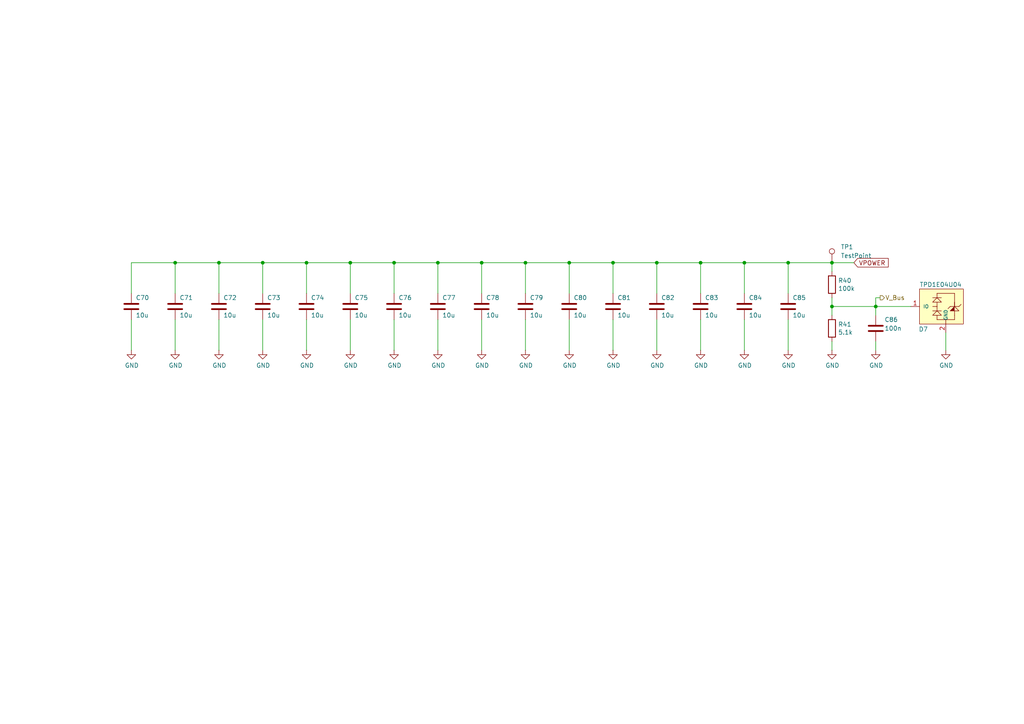
<source format=kicad_sch>
(kicad_sch (version 20231120) (generator "eeschema") (generator_version "8.0")
  (paper "A4")
  (title_block (title "Open MOtor DRiver Initiative  - Single Axis (OMODRI_SA)") (date "2024-03-20") (rev "1.0") (company "LAAS/CNRS"))
  (lib_symbols
    (symbol "Connector:TestPoint" (pin_numbers hide) (pin_names (offset 0.762) hide)
      (property "Reference" "TP" (at 0 6.858 0))
      (property "Value" "TestPoint" (at 0 5.08 0))
      (symbol "TestPoint_0_1"
        (circle (center 0 3.302) (radius 0.762))
      )
      (symbol "TestPoint_1_1"
        (pin passive line (at 0 0 90) (length 2.54) (name "1") (number "1"))
      )
    )
    (symbol "Device:C" (pin_numbers hide) (pin_names (offset 0.254))
      (property "Reference" "C" (at 0.635 2.54 0))
      (property "Value" "C" (at 0.635 -2.54 0))
      (symbol "C_0_1"
        (polyline (pts (xy -2.032 -0.762) (xy 2.032 -0.762)) (stroke (width 0.508)))
        (polyline (pts (xy -2.032 0.762) (xy 2.032 0.762)) (stroke (width 0.508)))
      )
      (symbol "C_1_1"
        (pin passive line (at 0 3.81 270) (length 2.794) (name "~") (number "1"))
        (pin passive line (at 0 -3.81 90) (length 2.794) (name "~") (number "2"))
      )
    )
    (symbol "Device:R" (pin_numbers hide) (pin_names (offset 0))
      (property "Reference" "R" (at 2.032 0 90))
      (property "Value" "R" (at 0 0 90))
      (symbol "R_0_1"
        (rectangle (start -1.016 -2.54) (end 1.016 2.54) (stroke (width 0.254)))
      )
      (symbol "R_1_1"
        (pin passive line (at 0 3.81 270) (length 1.27) (name "~") (number "1"))
        (pin passive line (at 0 -3.81 90) (length 1.27) (name "~") (number "2"))
      )
    )
    (symbol "omodri_lib:TPD1E04U04" (pin_names (offset 1.016))
      (property "Reference" "D" (at -6.35 8.89 0))
      (property "Value" "TPD1E04U04" (at -1.27 6.35 0))
      (symbol "TPD1E04U04_0_1"
        (polyline (pts (xy -2.54 -3.81) (xy 2.54 -3.81)))
        (polyline (pts (xy -2.54 3.81) (xy 2.54 3.81)))
      )
      (symbol "TPD1E04U04_1_1"
        (rectangle (start -7.62 5.08) (end 5.08 -5.08) (fill (type background)))
        (polyline (pts (xy -2.54 0) (xy -3.81 0)))
        (polyline (pts (xy 0 -3.81) (xy 0 -5.08)))
        (polyline (pts (xy 1.27 0) (xy 0.635 -0.635)))
        (polyline (pts (xy 2.54 -2.54) (xy 2.54 -3.81)))
        (polyline (pts (xy 3.81 0) (xy 4.445 0.635) (xy 3.81 0)))
        (polyline (pts (xy 2.54 1.27) (xy 2.54 3.81) (xy 2.54 0.635) (xy 2.54 0)))
        (polyline (pts (xy -2.54 0) (xy -2.54 -1.27) (xy -3.81 -1.27) (xy -1.27 -1.27) (xy -2.54 -1.27) (xy -3.81 -2.54) (xy -1.27 -2.54) (xy -2.54 -1.27) (xy -1.27 -2.54) (xy -2.54 -2.54) (xy -2.54 -3.81)))
        (polyline (pts (xy -2.54 3.81) (xy -2.54 2.54) (xy -3.81 2.54) (xy -1.27 2.54) (xy -2.54 2.54) (xy -3.81 1.27) (xy -1.27 1.27) (xy -2.54 2.54) (xy -1.27 1.27) (xy -2.54 1.27) (xy -2.54 0)))
        (polyline (pts (xy 2.54 1.27) (xy 2.54 0) (xy 1.27 0) (xy 3.81 0) (xy 2.54 0) (xy 1.27 -1.27) (xy 3.81 -1.27) (xy 2.54 0) (xy 3.81 -1.27) (xy 2.54 -1.27) (xy 2.54 -2.54)) (fill (type outline)))
        (pin passive line (at -10.16 0 0) (length 2.54) (name "IO") (number "1"))
        (pin power_in line (at 0 -7.62 90) (length 2.54) (name "GND") (number "2"))
      )
    )
    (symbol "power:GND" (power) (pin_numbers hide) (pin_names (offset 0) hide)
      (property "Value" "GND" (at 0 -3.81 0))
      (symbol "GND_0_1"
        (polyline (pts (xy 0 0) (xy 0 -1.27) (xy 1.27 -1.27) (xy 0 -2.54) (xy -1.27 -1.27) (xy 0 -1.27)))
      )
      (symbol "GND_1_1"
        (pin power_in line (at 0 0 270) (length 0) (name "~") (number "1"))
      )
    )
  )
  (junction (at 228.6 76.2))
  (junction (at 63.5 76.2))
  (junction (at 139.7 76.2))
  (junction (at 241.3 76.2))
  (junction (at 190.5 76.2))
  (junction (at 88.9 76.2))
  (junction (at 165.1 76.2))
  (junction (at 50.8 76.2))
  (junction (at 203.2 76.2))
  (junction (at 114.3 76.2))
  (junction (at 254 88.9))
  (junction (at 177.8 76.2))
  (junction (at 152.4 76.2))
  (junction (at 241.3 88.9))
  (junction (at 101.6 76.2))
  (junction (at 127 76.2))
  (junction (at 76.2 76.2))
  (junction (at 215.9 76.2))
  (wire (pts (xy 139.7 76.2) (xy 152.4 76.2)))
  (wire (pts (xy 228.6 76.2) (xy 241.3 76.2)))
  (wire (pts (xy 152.4 76.2) (xy 152.4 85.09)))
  (wire (pts (xy 63.5 76.2) (xy 63.5 85.09)))
  (wire (pts (xy 101.6 76.2) (xy 114.3 76.2)))
  (wire (pts (xy 63.5 76.2) (xy 76.2 76.2)))
  (wire (pts (xy 241.3 76.2) (xy 247.65 76.2)))
  (wire (pts (xy 63.5 92.71) (xy 63.5 101.6)))
  (wire (pts (xy 38.1 76.2) (xy 50.8 76.2)))
  (wire (pts (xy 76.2 76.2) (xy 76.2 85.09)))
  (wire (pts (xy 101.6 92.71) (xy 101.6 101.6)))
  (wire (pts (xy 50.8 76.2) (xy 50.8 85.09)))
  (wire (pts (xy 215.9 76.2) (xy 215.9 85.09)))
  (wire (pts (xy 165.1 76.2) (xy 177.8 76.2)))
  (wire (pts (xy 165.1 92.71) (xy 165.1 101.6)))
  (wire (pts (xy 177.8 76.2) (xy 177.8 85.09)))
  (wire (pts (xy 38.1 92.71) (xy 38.1 101.6)))
  (wire (pts (xy 190.5 76.2) (xy 203.2 76.2)))
  (wire (pts (xy 241.3 76.2) (xy 241.3 78.74)))
  (wire (pts (xy 139.7 92.71) (xy 139.7 101.6)))
  (wire (pts (xy 203.2 92.71) (xy 203.2 101.6)))
  (wire (pts (xy 254 88.9) (xy 254 91.44)))
  (wire (pts (xy 228.6 92.71) (xy 228.6 101.6)))
  (wire (pts (xy 241.3 88.9) (xy 254 88.9)))
  (wire (pts (xy 254 101.6) (xy 254 99.06)))
  (wire (pts (xy 264.16 88.9) (xy 254 88.9)))
  (wire (pts (xy 203.2 76.2) (xy 215.9 76.2)))
  (wire (pts (xy 203.2 76.2) (xy 203.2 85.09)))
  (wire (pts (xy 165.1 76.2) (xy 165.1 85.09)))
  (wire (pts (xy 215.9 76.2) (xy 228.6 76.2)))
  (wire (pts (xy 101.6 76.2) (xy 101.6 85.09)))
  (wire (pts (xy 50.8 76.2) (xy 63.5 76.2)))
  (wire (pts (xy 114.3 92.71) (xy 114.3 101.6)))
  (wire (pts (xy 241.3 88.9) (xy 241.3 86.36)))
  (wire (pts (xy 127 92.71) (xy 127 101.6)))
  (wire (pts (xy 152.4 76.2) (xy 165.1 76.2)))
  (wire (pts (xy 38.1 76.2) (xy 38.1 85.09)))
  (wire (pts (xy 228.6 76.2) (xy 228.6 85.09)))
  (wire (pts (xy 241.3 101.6) (xy 241.3 99.06)))
  (wire (pts (xy 50.8 92.71) (xy 50.8 101.6)))
  (wire (pts (xy 255.27 86.36) (xy 254 86.36)))
  (wire (pts (xy 190.5 76.2) (xy 190.5 85.09)))
  (wire (pts (xy 114.3 76.2) (xy 127 76.2)))
  (wire (pts (xy 241.3 91.44) (xy 241.3 88.9)))
  (wire (pts (xy 76.2 76.2) (xy 88.9 76.2)))
  (wire (pts (xy 127 76.2) (xy 127 85.09)))
  (wire (pts (xy 190.5 92.71) (xy 190.5 101.6)))
  (wire (pts (xy 88.9 76.2) (xy 101.6 76.2)))
  (wire (pts (xy 88.9 76.2) (xy 88.9 85.09)))
  (wire (pts (xy 177.8 92.71) (xy 177.8 101.6)))
  (wire (pts (xy 76.2 92.71) (xy 76.2 101.6)))
  (wire (pts (xy 152.4 92.71) (xy 152.4 101.6)))
  (wire (pts (xy 139.7 76.2) (xy 139.7 85.09)))
  (wire (pts (xy 127 76.2) (xy 139.7 76.2)))
  (wire (pts (xy 114.3 76.2) (xy 114.3 85.09)))
  (wire (pts (xy 177.8 76.2) (xy 190.5 76.2)))
  (wire (pts (xy 215.9 92.71) (xy 215.9 101.6)))
  (wire (pts (xy 254 86.36) (xy 254 88.9)))
  (wire (pts (xy 274.32 96.52) (xy 274.32 101.6)))
  (wire (pts (xy 88.9 92.71) (xy 88.9 101.6)))
  (global_label "VPOWER" (shape input) (at 247.65 76.2 0) (property "Intersheetrefs" "${INTERSHEET_REFS}" (effects (hide yes))) (property "Références Inter-Feuilles" "${INTERSHEET_REFS}" (effects (hide yes))))
  (hierarchical_label "V_Bus" (shape output) (at 255.27 86.36 0))
  (symbol (lib_id "Device:C") (at 101.6 88.9 0) (unit 1)
    (property "Reference" "C75" (at 102.87 86.36 0) (effects (justify left)))
    (property "Value" "10u" (at 102.87 91.44 0) (effects (justify left)))
    (property "Footprint" "Capacitor_SMD:C_1210_3225Metric" (effects (hide yes)))
    (property "Datasheet" "https://www.murata.com/en-eu/products/productdetail?partno=GRM32EC72A106KE05%23" (effects (hide yes)))
    (property "Description" "1210, 10uf, 100V,  ±10%, X7S, SMD MLCC" (effects (hide yes)))
    (property "DigiKey" "490-16266-1-ND" (effects (hide yes)))
    (property "Farnell" "3581425" (effects (hide yes)))
    (property "Mouser" "81-GRM32EC72A106KE05" (effects (hide yes)))
    (property "Part No" "GRM32EC72A106KE05L" (effects (hide yes)))
    (property "LCSC" "C576517" (effects (hide yes)))
    (property "RS" "247-8166" (effects (hide yes)))
    (property "Manufacturer" "MURATA" (effects (hide yes)))
    (property "Assembling" "SMD" (effects (hide yes)))
  )
  (symbol (lib_id "power:GND") (at 254 101.6 0) (unit 1)
    (property "Reference" "#PWR0138" (effects (hide yes)))
    (property "Value" "GND" (at 254.127 105.9942 0))
    (property "Description" "Power symbol creates a global label with name \"GND\" , ground" (effects (hide yes)))
  )
  (symbol (lib_id "power:GND") (at 76.2 101.6 0) (unit 1)
    (property "Reference" "#PWR0124" (effects (hide yes)))
    (property "Value" "GND" (at 76.327 105.9942 0))
    (property "Description" "Power symbol creates a global label with name \"GND\" , ground" (effects (hide yes)))
  )
  (symbol (lib_id "Device:C") (at 254 95.25 0) (unit 1)
    (property "Reference" "C86" (at 256.54 92.71 0) (effects (justify left)))
    (property "Value" "100n" (at 256.54 95.25 0) (effects (justify left)))
    (property "Footprint" "Capacitor_SMD:C_0201_0603Metric" (effects (hide yes)))
    (property "Datasheet" "https://www.murata.com/en-eu/products/productdetail?partno=GRM033R61E104KE14%23" (effects (hide yes)))
    (property "Description" "0201, 100nf, 25V,  ±10%, X5R, SMD MLCC" (effects (hide yes)))
    (property "DigiKey" "490-12686-1-ND" (effects (hide yes)))
    (property "Farnell" "2990693" (effects (hide yes)))
    (property "Mouser" "81-GRM033R61E104KE4D" (effects (hide yes)))
    (property "Part No" "GRM033R61E104KE14D" (effects (hide yes)))
    (property "RS" "185-2066" (effects (hide yes)))
    (property "LCSC" "C76939" (effects (hide yes)))
    (property "Manufacturer" "MURATA" (effects (hide yes)))
    (property "Assembling" "SMD" (effects (hide yes)))
  )
  (symbol (lib_id "Device:C") (at 139.7 88.9 0) (unit 1)
    (property "Reference" "C78" (at 140.97 86.36 0) (effects (justify left)))
    (property "Value" "10u" (at 140.97 91.44 0) (effects (justify left)))
    (property "Footprint" "Capacitor_SMD:C_1210_3225Metric" (effects (hide yes)))
    (property "Datasheet" "https://www.murata.com/en-eu/products/productdetail?partno=GRM32EC72A106KE05%23" (effects (hide yes)))
    (property "Description" "1210, 10uf, 100V,  ±10%, X7S, SMD MLCC" (effects (hide yes)))
    (property "DigiKey" "490-16266-1-ND" (effects (hide yes)))
    (property "Farnell" "3581425" (effects (hide yes)))
    (property "Mouser" "81-GRM32EC72A106KE05" (effects (hide yes)))
    (property "Part No" "GRM32EC72A106KE05L" (effects (hide yes)))
    (property "LCSC" "C576517" (effects (hide yes)))
    (property "RS" "247-8166" (effects (hide yes)))
    (property "Manufacturer" "MURATA" (effects (hide yes)))
    (property "Assembling" "SMD" (effects (hide yes)))
  )
  (symbol (lib_id "Device:C") (at 177.8 88.9 0) (unit 1)
    (property "Reference" "C81" (at 179.07 86.36 0) (effects (justify left)))
    (property "Value" "10u" (at 179.07 91.44 0) (effects (justify left)))
    (property "Footprint" "Capacitor_SMD:C_1210_3225Metric" (effects (hide yes)))
    (property "Datasheet" "https://www.murata.com/en-eu/products/productdetail?partno=GRM32EC72A106KE05%23" (effects (hide yes)))
    (property "Description" "1210, 10uf, 100V,  ±10%, X7S, SMD MLCC" (effects (hide yes)))
    (property "DigiKey" "490-16266-1-ND" (effects (hide yes)))
    (property "Farnell" "3581425" (effects (hide yes)))
    (property "Mouser" "81-GRM32EC72A106KE05" (effects (hide yes)))
    (property "Part No" "GRM32EC72A106KE05L" (effects (hide yes)))
    (property "LCSC" "C576517" (effects (hide yes)))
    (property "RS" "247-8166" (effects (hide yes)))
    (property "Manufacturer" "MURATA" (effects (hide yes)))
    (property "Assembling" "SMD" (effects (hide yes)))
  )
  (symbol (lib_id "Device:C") (at 38.1 88.9 0) (unit 1)
    (property "Reference" "C70" (at 39.37 86.36 0) (effects (justify left)))
    (property "Value" "10u" (at 39.37 91.44 0) (effects (justify left)))
    (property "Footprint" "Capacitor_SMD:C_1210_3225Metric" (effects (hide yes)))
    (property "Datasheet" "https://www.murata.com/en-eu/products/productdetail?partno=GRM32EC72A106KE05%23" (effects (hide yes)))
    (property "Description" "1210, 10uf, 100V,  ±10%, X7S, SMD MLCC" (effects (hide yes)))
    (property "DigiKey" "490-16266-1-ND" (effects (hide yes)))
    (property "Farnell" "3581425" (effects (hide yes)))
    (property "Mouser" "81-GRM32EC72A106KE05" (effects (hide yes)))
    (property "Part No" "GRM32EC72A106KE05L" (effects (hide yes)))
    (property "LCSC" "C576517" (effects (hide yes)))
    (property "RS" "247-8166" (effects (hide yes)))
    (property "Manufacturer" "MURATA" (effects (hide yes)))
    (property "Assembling" "SMD" (effects (hide yes)))
  )
  (symbol (lib_id "Device:C") (at 165.1 88.9 0) (unit 1)
    (property "Reference" "C80" (at 166.37 86.36 0) (effects (justify left)))
    (property "Value" "10u" (at 166.37 91.44 0) (effects (justify left)))
    (property "Footprint" "Capacitor_SMD:C_1210_3225Metric" (effects (hide yes)))
    (property "Datasheet" "https://www.murata.com/en-eu/products/productdetail?partno=GRM32EC72A106KE05%23" (effects (hide yes)))
    (property "Description" "1210, 10uf, 100V,  ±10%, X7S, SMD MLCC" (effects (hide yes)))
    (property "DigiKey" "490-16266-1-ND" (effects (hide yes)))
    (property "Farnell" "3581425" (effects (hide yes)))
    (property "Mouser" "81-GRM32EC72A106KE05" (effects (hide yes)))
    (property "Part No" "GRM32EC72A106KE05L" (effects (hide yes)))
    (property "LCSC" "C576517" (effects (hide yes)))
    (property "RS" "247-8166" (effects (hide yes)))
    (property "Manufacturer" "MURATA" (effects (hide yes)))
    (property "Assembling" "SMD" (effects (hide yes)))
  )
  (symbol (lib_id "Device:C") (at 50.8 88.9 0) (unit 1)
    (property "Reference" "C71" (at 52.07 86.36 0) (effects (justify left)))
    (property "Value" "10u" (at 52.07 91.44 0) (effects (justify left)))
    (property "Footprint" "Capacitor_SMD:C_1210_3225Metric" (effects (hide yes)))
    (property "Datasheet" "https://www.murata.com/en-eu/products/productdetail?partno=GRM32EC72A106KE05%23" (effects (hide yes)))
    (property "Description" "1210, 10uf, 100V,  ±10%, X7S, SMD MLCC" (effects (hide yes)))
    (property "DigiKey" "490-16266-1-ND" (effects (hide yes)))
    (property "Farnell" "3581425" (effects (hide yes)))
    (property "Mouser" "81-GRM32EC72A106KE05" (effects (hide yes)))
    (property "Part No" "GRM32EC72A106KE05L" (effects (hide yes)))
    (property "LCSC" "C576517" (effects (hide yes)))
    (property "RS" "247-8166" (effects (hide yes)))
    (property "Manufacturer" "MURATA" (effects (hide yes)))
    (property "Assembling" "SMD" (effects (hide yes)))
  )
  (symbol (lib_id "Device:C") (at 88.9 88.9 0) (unit 1)
    (property "Reference" "C74" (at 90.17 86.36 0) (effects (justify left)))
    (property "Value" "10u" (at 90.17 91.44 0) (effects (justify left)))
    (property "Footprint" "Capacitor_SMD:C_1210_3225Metric" (effects (hide yes)))
    (property "Datasheet" "https://www.murata.com/en-eu/products/productdetail?partno=GRM32EC72A106KE05%23" (effects (hide yes)))
    (property "Description" "1210, 10uf, 100V,  ±10%, X7S, SMD MLCC" (effects (hide yes)))
    (property "DigiKey" "490-16266-1-ND" (effects (hide yes)))
    (property "Farnell" "3581425" (effects (hide yes)))
    (property "Mouser" "81-GRM32EC72A106KE05" (effects (hide yes)))
    (property "Part No" "GRM32EC72A106KE05L" (effects (hide yes)))
    (property "LCSC" "C576517" (effects (hide yes)))
    (property "RS" "247-8166" (effects (hide yes)))
    (property "Manufacturer" "MURATA" (effects (hide yes)))
    (property "Assembling" "SMD" (effects (hide yes)))
  )
  (symbol (lib_id "Device:C") (at 114.3 88.9 0) (unit 1)
    (property "Reference" "C76" (at 115.57 86.36 0) (effects (justify left)))
    (property "Value" "10u" (at 115.57 91.44 0) (effects (justify left)))
    (property "Footprint" "Capacitor_SMD:C_1210_3225Metric" (effects (hide yes)))
    (property "Datasheet" "https://www.murata.com/en-eu/products/productdetail?partno=GRM32EC72A106KE05%23" (effects (hide yes)))
    (property "Description" "1210, 10uf, 100V,  ±10%, X7S, SMD MLCC" (effects (hide yes)))
    (property "DigiKey" "490-16266-1-ND" (effects (hide yes)))
    (property "Farnell" "3581425" (effects (hide yes)))
    (property "Mouser" "81-GRM32EC72A106KE05" (effects (hide yes)))
    (property "Part No" "GRM32EC72A106KE05L" (effects (hide yes)))
    (property "LCSC" "C576517" (effects (hide yes)))
    (property "RS" "247-8166" (effects (hide yes)))
    (property "Manufacturer" "MURATA" (effects (hide yes)))
    (property "Assembling" "SMD" (effects (hide yes)))
  )
  (symbol (lib_id "power:GND") (at 165.1 101.6 0) (unit 1)
    (property "Reference" "#PWR0131" (effects (hide yes)))
    (property "Value" "GND" (at 165.227 105.9942 0))
    (property "Description" "Power symbol creates a global label with name \"GND\" , ground" (effects (hide yes)))
  )
  (symbol (lib_id "power:GND") (at 139.7 101.6 0) (unit 1)
    (property "Reference" "#PWR0129" (effects (hide yes)))
    (property "Value" "GND" (at 139.827 105.9942 0))
    (property "Description" "Power symbol creates a global label with name \"GND\" , ground" (effects (hide yes)))
  )
  (symbol (lib_id "Connector:TestPoint") (at 241.3 76.2 0) (unit 1) (in_bom no)
    (property "Reference" "TP1" (at 243.84 71.6279 0) (effects (justify left)))
    (property "Value" "TestPoint" (at 243.84 74.1679 0) (effects (justify left)))
    (property "Footprint" "TestPoint:TestPoint_Pad_D1.0mm" (effects (hide yes)))
    (property "Description" "test point" (effects (hide yes)))
  )
  (symbol (lib_id "power:GND") (at 38.1 101.6 0) (unit 1)
    (property "Reference" "#PWR0121" (effects (hide yes)))
    (property "Value" "GND" (at 38.227 105.9942 0))
    (property "Description" "Power symbol creates a global label with name \"GND\" , ground" (effects (hide yes)))
  )
  (symbol (lib_id "power:GND") (at 215.9 101.6 0) (unit 1)
    (property "Reference" "#PWR0135" (effects (hide yes)))
    (property "Value" "GND" (at 216.027 105.9942 0))
    (property "Description" "Power symbol creates a global label with name \"GND\" , ground" (effects (hide yes)))
  )
  (symbol (lib_id "power:GND") (at 228.6 101.6 0) (unit 1)
    (property "Reference" "#PWR0136" (effects (hide yes)))
    (property "Value" "GND" (at 228.727 105.9942 0))
    (property "Description" "Power symbol creates a global label with name \"GND\" , ground" (effects (hide yes)))
  )
  (symbol (lib_id "power:GND") (at 274.32 101.6 0) (unit 1)
    (property "Reference" "#PWR0139" (effects (hide yes)))
    (property "Value" "GND" (at 274.447 105.9942 0))
    (property "Description" "Power symbol creates a global label with name \"GND\" , ground" (effects (hide yes)))
  )
  (symbol (lib_id "Device:R") (at 241.3 95.25 0) (unit 1)
    (property "Reference" "R41" (at 243.078 94.0816 0) (effects (justify left)))
    (property "Value" "5.1k" (at 243.078 96.393 0) (effects (justify left)))
    (property "Footprint" "Resistor_SMD:R_0402_1005Metric" (effects (hide yes)))
    (property "Datasheet" "https://industrial.panasonic.com/sa/products/pt/general-purpose-chip-resistors/models/ERJ2RKF5101X" (effects (hide yes)))
    (property "Description" "0402, 5.1kΩ, 0.1W, ±1%, SMD  resistor" (effects (hide yes)))
    (property "DigiKey" "P5.10KLCT-ND" (effects (hide yes)))
    (property "Farnell" "2302709" (effects (hide yes)))
    (property "Mouser" "667-ERJ-2RKF5101X" (effects (hide yes)))
    (property "Part No" "ERJ2RKF5101X" (effects (hide yes)))
    (property "RS" "732-5536" (effects (hide yes)))
    (property "LCSC" "C278598" (effects (hide yes)))
    (property "Manufacturer" "PANASONIC" (effects (hide yes)))
    (property "Assembling" "SMD" (effects (hide yes)))
  )
  (symbol (lib_id "power:GND") (at 177.8 101.6 0) (unit 1)
    (property "Reference" "#PWR0132" (effects (hide yes)))
    (property "Value" "GND" (at 177.927 105.9942 0))
    (property "Description" "Power symbol creates a global label with name \"GND\" , ground" (effects (hide yes)))
  )
  (symbol (lib_id "Device:C") (at 63.5 88.9 0) (unit 1)
    (property "Reference" "C72" (at 64.77 86.36 0) (effects (justify left)))
    (property "Value" "10u" (at 64.77 91.44 0) (effects (justify left)))
    (property "Footprint" "Capacitor_SMD:C_1210_3225Metric" (effects (hide yes)))
    (property "Datasheet" "https://www.murata.com/en-eu/products/productdetail?partno=GRM32EC72A106KE05%23" (effects (hide yes)))
    (property "Description" "1210, 10uf, 100V,  ±10%, X7S, SMD MLCC" (effects (hide yes)))
    (property "DigiKey" "490-16266-1-ND" (effects (hide yes)))
    (property "Farnell" "3581425" (effects (hide yes)))
    (property "Mouser" "81-GRM32EC72A106KE05" (effects (hide yes)))
    (property "Part No" "GRM32EC72A106KE05L" (effects (hide yes)))
    (property "LCSC" "C576517" (effects (hide yes)))
    (property "RS" "247-8166" (effects (hide yes)))
    (property "Manufacturer" "MURATA" (effects (hide yes)))
    (property "Assembling" "SMD" (effects (hide yes)))
  )
  (symbol (lib_id "omodri_lib:TPD1E04U04") (at 274.32 88.9 0) (unit 1)
    (property "Reference" "D7" (at 266.446 95.504 0) (effects (justify left)))
    (property "Value" "TPD1E04U04" (at 266.7 82.55 0) (effects (justify left)))
    (property "Footprint" "Diode_SMD:D_0201_0603Metric" (effects (hide yes)))
    (property "Datasheet" "https://www.ti.com/lit/ds/symlink/tpd1e04u04.pdf" (effects (hide yes)))
    (property "Description" "0201, unidirectional ESD Protection Diode with Low-Capacitance, 1-Channel, 30 kV" (effects (hide yes)))
    (property "DigiKey" "296-47862-1-ND" (effects (hide yes)))
    (property "Mouser" "595-TPD1E04U04DPLT" (effects (hide yes)))
    (property "Part No" "TPD1E04U04DPLT" (effects (hide yes)))
    (property "LCSC" "C1973437" (effects (hide yes)))
    (property "Manufacturer" "TEXAS INSTRUMENTS" (effects (hide yes)))
    (property "Farnell" "3004229" (effects (hide yes)))
    (property "RS" "252-8753" (effects (hide yes)))
    (property "Assembling" "SMD" (effects (hide yes)))
  )
  (symbol (lib_id "power:GND") (at 101.6 101.6 0) (unit 1)
    (property "Reference" "#PWR0126" (effects (hide yes)))
    (property "Value" "GND" (at 101.727 105.9942 0))
    (property "Description" "Power symbol creates a global label with name \"GND\" , ground" (effects (hide yes)))
  )
  (symbol (lib_id "Device:C") (at 228.6 88.9 0) (unit 1)
    (property "Reference" "C85" (at 229.87 86.36 0) (effects (justify left)))
    (property "Value" "10u" (at 229.87 91.44 0) (effects (justify left)))
    (property "Footprint" "Capacitor_SMD:C_1210_3225Metric" (effects (hide yes)))
    (property "Datasheet" "https://www.murata.com/en-eu/products/productdetail?partno=GRM32EC72A106KE05%23" (effects (hide yes)))
    (property "Description" "1210, 10uf, 100V,  ±10%, X7S, SMD MLCC" (effects (hide yes)))
    (property "DigiKey" "490-16266-1-ND" (effects (hide yes)))
    (property "Farnell" "3581425" (effects (hide yes)))
    (property "Mouser" "81-GRM32EC72A106KE05" (effects (hide yes)))
    (property "Part No" "GRM32EC72A106KE05L" (effects (hide yes)))
    (property "LCSC" "C576517" (effects (hide yes)))
    (property "RS" "247-8166" (effects (hide yes)))
    (property "Manufacturer" "MURATA" (effects (hide yes)))
    (property "Assembling" "SMD" (effects (hide yes)))
  )
  (symbol (lib_id "Device:C") (at 152.4 88.9 0) (unit 1)
    (property "Reference" "C79" (at 153.67 86.36 0) (effects (justify left)))
    (property "Value" "10u" (at 153.67 91.44 0) (effects (justify left)))
    (property "Footprint" "Capacitor_SMD:C_1210_3225Metric" (effects (hide yes)))
    (property "Datasheet" "https://www.murata.com/en-eu/products/productdetail?partno=GRM32EC72A106KE05%23" (effects (hide yes)))
    (property "Description" "1210, 10uf, 100V,  ±10%, X7S, SMD MLCC" (effects (hide yes)))
    (property "DigiKey" "490-16266-1-ND" (effects (hide yes)))
    (property "Farnell" "3581425" (effects (hide yes)))
    (property "Mouser" "81-GRM32EC72A106KE05" (effects (hide yes)))
    (property "Part No" "GRM32EC72A106KE05L" (effects (hide yes)))
    (property "LCSC" "C576517" (effects (hide yes)))
    (property "RS" "247-8166" (effects (hide yes)))
    (property "Manufacturer" "MURATA" (effects (hide yes)))
    (property "Assembling" "SMD" (effects (hide yes)))
  )
  (symbol (lib_id "power:GND") (at 152.4 101.6 0) (unit 1)
    (property "Reference" "#PWR0130" (effects (hide yes)))
    (property "Value" "GND" (at 152.527 105.9942 0))
    (property "Description" "Power symbol creates a global label with name \"GND\" , ground" (effects (hide yes)))
  )
  (symbol (lib_id "power:GND") (at 88.9 101.6 0) (unit 1)
    (property "Reference" "#PWR0125" (effects (hide yes)))
    (property "Value" "GND" (at 89.027 105.9942 0))
    (property "Description" "Power symbol creates a global label with name \"GND\" , ground" (effects (hide yes)))
  )
  (symbol (lib_id "Device:C") (at 190.5 88.9 0) (unit 1)
    (property "Reference" "C82" (at 191.77 86.36 0) (effects (justify left)))
    (property "Value" "10u" (at 191.77 91.44 0) (effects (justify left)))
    (property "Footprint" "Capacitor_SMD:C_1210_3225Metric" (effects (hide yes)))
    (property "Datasheet" "https://www.murata.com/en-eu/products/productdetail?partno=GRM32EC72A106KE05%23" (effects (hide yes)))
    (property "Description" "1210, 10uf, 100V,  ±10%, X7S, SMD MLCC" (effects (hide yes)))
    (property "DigiKey" "490-16266-1-ND" (effects (hide yes)))
    (property "Farnell" "3581425" (effects (hide yes)))
    (property "Mouser" "81-GRM32EC72A106KE05" (effects (hide yes)))
    (property "Part No" "GRM32EC72A106KE05L" (effects (hide yes)))
    (property "LCSC" "C576517" (effects (hide yes)))
    (property "RS" "247-8166" (effects (hide yes)))
    (property "Manufacturer" "MURATA" (effects (hide yes)))
    (property "Assembling" "SMD" (effects (hide yes)))
  )
  (symbol (lib_id "power:GND") (at 203.2 101.6 0) (unit 1)
    (property "Reference" "#PWR0134" (effects (hide yes)))
    (property "Value" "GND" (at 203.327 105.9942 0))
    (property "Description" "Power symbol creates a global label with name \"GND\" , ground" (effects (hide yes)))
  )
  (symbol (lib_id "Device:C") (at 203.2 88.9 0) (unit 1)
    (property "Reference" "C83" (at 204.47 86.36 0) (effects (justify left)))
    (property "Value" "10u" (at 204.47 91.44 0) (effects (justify left)))
    (property "Footprint" "Capacitor_SMD:C_1210_3225Metric" (effects (hide yes)))
    (property "Datasheet" "https://www.murata.com/en-eu/products/productdetail?partno=GRM32EC72A106KE05%23" (effects (hide yes)))
    (property "Description" "1210, 10uf, 100V,  ±10%, X7S, SMD MLCC" (effects (hide yes)))
    (property "DigiKey" "490-16266-1-ND" (effects (hide yes)))
    (property "Farnell" "3581425" (effects (hide yes)))
    (property "Mouser" "81-GRM32EC72A106KE05" (effects (hide yes)))
    (property "Part No" "GRM32EC72A106KE05L" (effects (hide yes)))
    (property "LCSC" "C576517" (effects (hide yes)))
    (property "RS" "247-8166" (effects (hide yes)))
    (property "Manufacturer" "MURATA" (effects (hide yes)))
    (property "Assembling" "SMD" (effects (hide yes)))
  )
  (symbol (lib_id "power:GND") (at 50.8 101.6 0) (unit 1)
    (property "Reference" "#PWR0122" (effects (hide yes)))
    (property "Value" "GND" (at 50.927 105.9942 0))
    (property "Description" "Power symbol creates a global label with name \"GND\" , ground" (effects (hide yes)))
  )
  (symbol (lib_id "Device:C") (at 215.9 88.9 0) (unit 1)
    (property "Reference" "C84" (at 217.17 86.36 0) (effects (justify left)))
    (property "Value" "10u" (at 217.17 91.44 0) (effects (justify left)))
    (property "Footprint" "Capacitor_SMD:C_1210_3225Metric" (effects (hide yes)))
    (property "Datasheet" "https://www.murata.com/en-eu/products/productdetail?partno=GRM32EC72A106KE05%23" (effects (hide yes)))
    (property "Description" "1210, 10uf, 100V,  ±10%, X7S, SMD MLCC" (effects (hide yes)))
    (property "DigiKey" "490-16266-1-ND" (effects (hide yes)))
    (property "Farnell" "3581425" (effects (hide yes)))
    (property "Mouser" "81-GRM32EC72A106KE05" (effects (hide yes)))
    (property "Part No" "GRM32EC72A106KE05L" (effects (hide yes)))
    (property "LCSC" "C576517" (effects (hide yes)))
    (property "RS" "247-8166" (effects (hide yes)))
    (property "Manufacturer" "MURATA" (effects (hide yes)))
    (property "Assembling" "SMD" (effects (hide yes)))
  )
  (symbol (lib_id "power:GND") (at 114.3 101.6 0) (unit 1)
    (property "Reference" "#PWR0127" (effects (hide yes)))
    (property "Value" "GND" (at 114.427 105.9942 0))
    (property "Description" "Power symbol creates a global label with name \"GND\" , ground" (effects (hide yes)))
  )
  (symbol (lib_id "Device:C") (at 76.2 88.9 0) (unit 1)
    (property "Reference" "C73" (at 77.47 86.36 0) (effects (justify left)))
    (property "Value" "10u" (at 77.47 91.44 0) (effects (justify left)))
    (property "Footprint" "Capacitor_SMD:C_1210_3225Metric" (effects (hide yes)))
    (property "Datasheet" "https://www.murata.com/en-eu/products/productdetail?partno=GRM32EC72A106KE05%23" (effects (hide yes)))
    (property "Description" "1210, 10uf, 100V,  ±10%, X7S, SMD MLCC" (effects (hide yes)))
    (property "DigiKey" "490-16266-1-ND" (effects (hide yes)))
    (property "Farnell" "3581425" (effects (hide yes)))
    (property "Mouser" "81-GRM32EC72A106KE05" (effects (hide yes)))
    (property "Part No" "GRM32EC72A106KE05L" (effects (hide yes)))
    (property "LCSC" "C576517" (effects (hide yes)))
    (property "RS" "247-8166" (effects (hide yes)))
    (property "Manufacturer" "MURATA" (effects (hide yes)))
    (property "Assembling" "SMD" (effects (hide yes)))
  )
  (symbol (lib_id "Device:R") (at 241.3 82.55 0) (unit 1)
    (property "Reference" "R40" (at 243.078 81.3816 0) (effects (justify left)))
    (property "Value" "100k" (at 243.078 83.693 0) (effects (justify left)))
    (property "Footprint" "Resistor_SMD:R_0402_1005Metric" (effects (hide yes)))
    (property "Datasheet" "https://industrial.panasonic.com/sa/products/pt/general-purpose-chip-resistors/models/ERJ2RKF1003X" (effects (hide yes)))
    (property "Description" "0402, 100kΩ, 0.1W, ±1%, SMD  resistor" (effects (hide yes)))
    (property "DigiKey" "P100KLCT-ND" (effects (hide yes)))
    (property "Farnell" "2302839" (effects (hide yes)))
    (property "Mouser" "667-ERJ-2RKF1003X" (effects (hide yes)))
    (property "Part No" "ERJ2RKF1003X" (effects (hide yes)))
    (property "RS" "732-5255" (effects (hide yes)))
    (property "LCSC" "C192169" (effects (hide yes)))
    (property "Manufacturer" "PANASONIC" (effects (hide yes)))
    (property "Assembling" "SMD" (effects (hide yes)))
  )
  (symbol (lib_id "power:GND") (at 241.3 101.6 0) (unit 1)
    (property "Reference" "#PWR0137" (effects (hide yes)))
    (property "Value" "GND" (at 241.427 105.9942 0))
    (property "Description" "Power symbol creates a global label with name \"GND\" , ground" (effects (hide yes)))
  )
  (symbol (lib_id "power:GND") (at 63.5 101.6 0) (unit 1)
    (property "Reference" "#PWR0123" (effects (hide yes)))
    (property "Value" "GND" (at 63.627 105.9942 0))
    (property "Description" "Power symbol creates a global label with name \"GND\" , ground" (effects (hide yes)))
  )
  (symbol (lib_id "power:GND") (at 127 101.6 0) (unit 1)
    (property "Reference" "#PWR0128" (effects (hide yes)))
    (property "Value" "GND" (at 127.127 105.9942 0))
    (property "Description" "Power symbol creates a global label with name \"GND\" , ground" (effects (hide yes)))
  )
  (symbol (lib_id "power:GND") (at 190.5 101.6 0) (unit 1)
    (property "Reference" "#PWR0133" (effects (hide yes)))
    (property "Value" "GND" (at 190.627 105.9942 0))
    (property "Description" "Power symbol creates a global label with name \"GND\" , ground" (effects (hide yes)))
  )
  (symbol (lib_id "Device:C") (at 127 88.9 0) (unit 1)
    (property "Reference" "C77" (at 128.27 86.36 0) (effects (justify left)))
    (property "Value" "10u" (at 128.27 91.44 0) (effects (justify left)))
    (property "Footprint" "Capacitor_SMD:C_1210_3225Metric" (effects (hide yes)))
    (property "Datasheet" "https://www.murata.com/en-eu/products/productdetail?partno=GRM32EC72A106KE05%23" (effects (hide yes)))
    (property "Description" "1210, 10uf, 100V,  ±10%, X7S, SMD MLCC" (effects (hide yes)))
    (property "DigiKey" "490-16266-1-ND" (effects (hide yes)))
    (property "Farnell" "3581425" (effects (hide yes)))
    (property "Mouser" "81-GRM32EC72A106KE05" (effects (hide yes)))
    (property "Part No" "GRM32EC72A106KE05L" (effects (hide yes)))
    (property "LCSC" "C576517" (effects (hide yes)))
    (property "RS" "247-8166" (effects (hide yes)))
    (property "Manufacturer" "MURATA" (effects (hide yes)))
    (property "Assembling" "SMD" (effects (hide yes)))
  )
)
</source>
